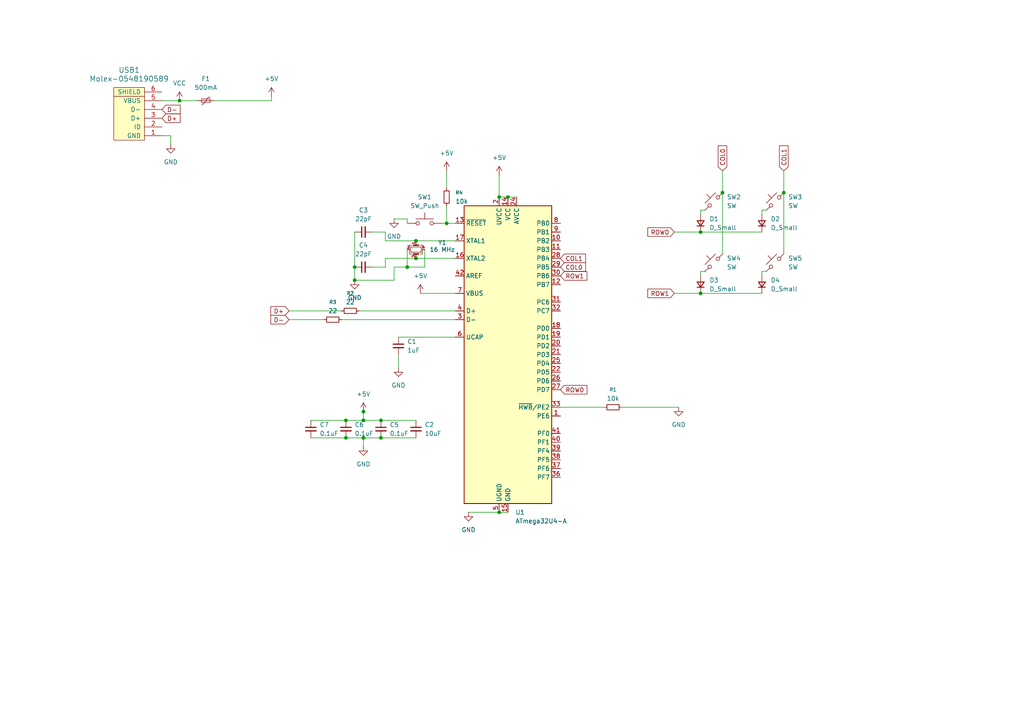
<source format=kicad_sch>
(kicad_sch (version 20250114) (generator "eeschema") (generator_version "9.0")
  (paper "A4")
  (lib_symbols
    (symbol "Device:C_Small" (pin_numbers (hide yes)) (pin_names (offset 0.254) (hide yes))
      (property "Reference" "C" (at 0.254 1.778 0))
      (property "Value" "C_Small" (at 0.254 -2.032 0))
      (symbol "C_Small_0_1"
        (polyline (pts (xy -1.524 0.508) (xy 1.524 0.508)) (stroke (width 0.3048)))
        (polyline (pts (xy -1.524 -0.508) (xy 1.524 -0.508)) (stroke (width 0.3302)))
      )
      (symbol "C_Small_1_1"
        (pin passive line (at 0 2.54 270) (length 2.032) (name "~") (number "1"))
        (pin passive line (at 0 -2.54 90) (length 2.032) (name "~") (number "2"))
      )
    )
    (symbol "Device:Crystal_GND24_Small" (pin_names (offset 1.016) (hide yes))
      (property "Reference" "Y" (at 1.27 4.445 0))
      (property "Value" "Crystal_GND24_Small" (at 1.27 2.54 0))
      (symbol "Crystal_GND24_Small_0_1"
        (polyline (pts (xy -1.27 1.27) (xy -1.27 1.905) (xy 1.27 1.905) (xy 1.27 1.27)))
        (polyline (pts (xy -1.27 -0.762) (xy -1.27 0.762)) (stroke (width 0.381)))
        (polyline (pts (xy -1.27 -1.27) (xy -1.27 -1.905) (xy 1.27 -1.905) (xy 1.27 -1.27)))
        (rectangle (start -0.762 -1.524) (end 0.762 1.524))
        (polyline (pts (xy 1.27 -0.762) (xy 1.27 0.762)) (stroke (width 0.381)))
      )
      (symbol "Crystal_GND24_Small_1_1"
        (pin passive line (at -2.54 0 0) (length 1.27) (name "1") (number "1"))
        (pin passive line (at 0 2.54 270) (length 0.635) (name "4") (number "4"))
        (pin passive line (at 0 -2.54 90) (length 0.635) (name "2") (number "2"))
        (pin passive line (at 2.54 0 180) (length 1.27) (name "3") (number "3"))
      )
    )
    (symbol "Device:D_Small" (pin_numbers (hide yes)) (pin_names (offset 0.254) (hide yes))
      (property "Reference" "D" (at -1.27 2.032 0))
      (property "Value" "D_Small" (at -3.81 -2.032 0))
      (symbol "D_Small_0_1"
        (polyline (pts (xy -0.762 0) (xy 0.762 0)))
        (polyline (pts (xy -0.762 -1.016) (xy -0.762 1.016)) (stroke (width 0.254)))
        (polyline (pts (xy 0.762 -1.016) (xy -0.762 0) (xy 0.762 1.016) (xy 0.762 -1.016)) (stroke (width 0.254)))
      )
      (symbol "D_Small_1_1"
        (pin passive line (at -2.54 0 0) (length 1.778) (name "K") (number "1"))
        (pin passive line (at 2.54 0 180) (length 1.778) (name "A") (number "2"))
      )
    )
    (symbol "Device:Polyfuse_Small" (pin_numbers (hide yes)) (pin_names (offset 0))
      (property "Reference" "F" (at -1.905 0 90))
      (property "Value" "Polyfuse_Small" (at 1.905 0 90))
      (symbol "Polyfuse_Small_0_1"
        (polyline (pts (xy -1.016 1.27) (xy -1.016 0.762) (xy 1.016 -0.762) (xy 1.016 -1.27)))
        (rectangle (start -0.508 1.27) (end 0.508 -1.27))
        (polyline (pts (xy 0 2.54) (xy 0 -2.54)))
      )
      (symbol "Polyfuse_Small_1_1"
        (pin passive line (at 0 2.54 270) (length 0.635) (name "~") (number "1"))
        (pin passive line (at 0 -2.54 90) (length 0.635) (name "~") (number "2"))
      )
    )
    (symbol "Device:R_Small" (pin_numbers (hide yes)) (pin_names (offset 0.254) (hide yes))
      (property "Reference" "R" (at 0 0 90))
      (property "Value" "R_Small" (at 1.778 0 90))
      (symbol "R_Small_0_1"
        (rectangle (start -0.762 1.778) (end 0.762 -1.778) (stroke (width 0.2032)))
      )
      (symbol "R_Small_1_1"
        (pin passive line (at 0 2.54 270) (length 0.762) (name "~") (number "1"))
        (pin passive line (at 0 -2.54 90) (length 0.762) (name "~") (number "2"))
      )
    )
    (symbol "MCU_Microchip_ATmega:ATmega32U4-A"
      (property "Reference" "U" (at -12.7 44.45 0))
      (property "Value" "ATmega32U4-A" (at 2.54 -44.45 0))
      (symbol "ATmega32U4-A_0_1"
        (rectangle (start -12.7 -43.18) (end 12.7 43.18) (stroke (width 0.254)) (fill (type background)))
      )
      (symbol "ATmega32U4-A_1_1"
        (pin input line (at -15.24 38.1 0) (length 2.54) (name "~{RESET}") (number "13"))
        (pin input line (at -15.24 33.02 0) (length 2.54) (name "XTAL1") (number "17"))
        (pin output line (at -15.24 27.94 0) (length 2.54) (name "XTAL2") (number "16"))
        (pin passive line (at -15.24 22.86 0) (length 2.54) (name "AREF") (number "42"))
        (pin input line (at -15.24 17.78 0) (length 2.54) (name "VBUS") (number "7"))
        (pin bidirectional line (at -15.24 12.7 0) (length 2.54) (name "D+") (number "4"))
        (pin bidirectional line (at -15.24 10.16 0) (length 2.54) (name "D-") (number "3"))
        (pin passive line (at -15.24 5.08 0) (length 2.54) (name "UCAP") (number "6"))
        (pin power_in line (at -2.54 45.72 270) (length 2.54) (name "UVCC") (number "2"))
        (pin passive line (at -2.54 -45.72 90) (length 2.54) (name "UGND") (number "5"))
        (pin power_in line (at 0 45.72 270) (length 2.54) (name "VCC") (number "14"))
        (pin passive line (at 0 45.72 270) (length 2.54) (hide yes) (name "VCC") (number "34"))
        (pin power_in line (at 0 -45.72 90) (length 2.54) (name "GND") (number "15"))
        (pin passive line (at 0 -45.72 90) (length 2.54) (hide yes) (name "GND") (number "23"))
        (pin passive line (at 0 -45.72 90) (length 2.54) (hide yes) (name "GND") (number "35"))
        (pin passive line (at 0 -45.72 90) (length 2.54) (hide yes) (name "GND") (number "43"))
        (pin power_in line (at 2.54 45.72 270) (length 2.54) (name "AVCC") (number "24"))
        (pin passive line (at 2.54 45.72 270) (length 2.54) (hide yes) (name "AVCC") (number "44"))
        (pin bidirectional line (at 15.24 38.1 180) (length 2.54) (name "PB0") (number "8"))
        (pin bidirectional line (at 15.24 35.56 180) (length 2.54) (name "PB1") (number "9"))
        (pin bidirectional line (at 15.24 33.02 180) (length 2.54) (name "PB2") (number "10"))
        (pin bidirectional line (at 15.24 30.48 180) (length 2.54) (name "PB3") (number "11"))
        (pin bidirectional line (at 15.24 27.94 180) (length 2.54) (name "PB4") (number "28"))
        (pin bidirectional line (at 15.24 25.4 180) (length 2.54) (name "PB5") (number "29"))
        (pin bidirectional line (at 15.24 22.86 180) (length 2.54) (name "PB6") (number "30"))
        (pin bidirectional line (at 15.24 20.32 180) (length 2.54) (name "PB7") (number "12"))
        (pin bidirectional line (at 15.24 15.24 180) (length 2.54) (name "PC6") (number "31"))
        (pin bidirectional line (at 15.24 12.7 180) (length 2.54) (name "PC7") (number "32"))
        (pin bidirectional line (at 15.24 7.62 180) (length 2.54) (name "PD0") (number "18"))
        (pin bidirectional line (at 15.24 5.08 180) (length 2.54) (name "PD1") (number "19"))
        (pin bidirectional line (at 15.24 2.54 180) (length 2.54) (name "PD2") (number "20"))
        (pin bidirectional line (at 15.24 0 180) (length 2.54) (name "PD3") (number "21"))
        (pin bidirectional line (at 15.24 -2.54 180) (length 2.54) (name "PD4") (number "25"))
        (pin bidirectional line (at 15.24 -5.08 180) (length 2.54) (name "PD5") (number "22"))
        (pin bidirectional line (at 15.24 -7.62 180) (length 2.54) (name "PD6") (number "26"))
        (pin bidirectional line (at 15.24 -10.16 180) (length 2.54) (name "PD7") (number "27"))
        (pin bidirectional line (at 15.24 -15.24 180) (length 2.54) (name "~{HWB}/PE2") (number "33"))
        (pin bidirectional line (at 15.24 -17.78 180) (length 2.54) (name "PE6") (number "1"))
        (pin bidirectional line (at 15.24 -22.86 180) (length 2.54) (name "PF0") (number "41"))
        (pin bidirectional line (at 15.24 -25.4 180) (length 2.54) (name "PF1") (number "40"))
        (pin bidirectional line (at 15.24 -27.94 180) (length 2.54) (name "PF4") (number "39"))
        (pin bidirectional line (at 15.24 -30.48 180) (length 2.54) (name "PF5") (number "38"))
        (pin bidirectional line (at 15.24 -33.02 180) (length 2.54) (name "PF6") (number "37"))
        (pin bidirectional line (at 15.24 -35.56 180) (length 2.54) (name "PF7") (number "36"))
      )
    )
    (symbol "Switch:SW_Push" (pin_numbers (hide yes)) (pin_names (offset 1.016) (hide yes))
      (property "Reference" "SW" (at 1.27 2.54 0))
      (property "Value" "SW_Push" (at 0 -1.524 0))
      (symbol "SW_Push_0_1"
        (circle (center -2.032 0) (radius 0.508))
        (polyline (pts (xy 0 1.27) (xy 0 3.048)))
        (circle (center 2.032 0) (radius 0.508))
        (polyline (pts (xy 2.54 1.27) (xy -2.54 1.27)))
        (pin passive line (at -5.08 0 0) (length 2.54) (name "1") (number "1"))
        (pin passive line (at 5.08 0 180) (length 2.54) (name "2") (number "2"))
      )
    )
    (symbol "Switch:SW_Push_45deg" (pin_numbers (hide yes)) (pin_names (offset 1.016) (hide yes))
      (property "Reference" "SW" (at 3.048 1.016 0))
      (property "Value" "SW_Push_45deg" (at 0 -3.81 0))
      (symbol "SW_Push_45deg_0_1"
        (polyline (pts (xy -2.54 2.54) (xy -1.524 1.524) (xy -1.524 1.524)))
        (circle (center -1.1684 1.1684) (radius 0.508))
        (polyline (pts (xy -0.508 2.54) (xy 2.54 -0.508)))
        (polyline (pts (xy 1.016 1.016) (xy 2.032 2.032)))
        (circle (center 1.143 -1.1938) (radius 0.508))
        (polyline (pts (xy 1.524 -1.524) (xy 2.54 -2.54) (xy 2.54 -2.54) (xy 2.54 -2.54)))
        (pin passive line (at -2.54 2.54 0) (length 0) (name "1") (number "1"))
        (pin passive line (at 2.54 -2.54 180) (length 0) (name "2") (number "2"))
      )
    )
    (symbol "power:+5V" (power) (pin_numbers (hide yes)) (pin_names (offset 0) (hide yes))
      (property "Value" "+5V" (at 0 3.556 0))
      (symbol "+5V_0_1"
        (polyline (pts (xy -0.762 1.27) (xy 0 2.54)))
        (polyline (pts (xy 0 2.54) (xy 0.762 1.27)))
        (polyline (pts (xy 0 0) (xy 0 2.54)))
      )
      (symbol "+5V_1_1"
        (pin power_in line (at 0 0 90) (length 0) (name "~") (number "1"))
      )
    )
    (symbol "power:GND" (power) (pin_numbers (hide yes)) (pin_names (offset 0) (hide yes))
      (property "Value" "GND" (at 0 -3.81 0))
      (symbol "GND_0_1"
        (polyline (pts (xy 0 0) (xy 0 -1.27) (xy 1.27 -1.27) (xy 0 -2.54) (xy -1.27 -1.27) (xy 0 -1.27)))
      )
      (symbol "GND_1_1"
        (pin power_in line (at 0 0 270) (length 0) (name "~") (number "1"))
      )
    )
    (symbol "power:VCC" (power) (pin_numbers (hide yes)) (pin_names (offset 0) (hide yes))
      (property "Value" "VCC" (at 0 3.556 0))
      (symbol "VCC_0_1"
        (polyline (pts (xy -0.762 1.27) (xy 0 2.54)))
        (polyline (pts (xy 0 2.54) (xy 0.762 1.27)))
        (polyline (pts (xy 0 0) (xy 0 2.54)))
      )
      (symbol "VCC_1_1"
        (pin power_in line (at 0 0 90) (length 0) (name "~") (number "1"))
      )
    )
    (symbol "random-keyboard-parts:Molex-0548190589" (pin_names (offset 1.016))
      (property "Reference" "USB" (at 0 7.62 0))
      (property "Value" "Molex-0548190589" (at 0 10.16 0))
      (symbol "Molex-0548190589_0_0"
        (polyline (pts (xy 6.35 -2.54) (xy 6.35 6.35)))
        (rectangle (start 8.89 -2.54) (end -6.35 6.35) (fill (type background)))
      )
      (symbol "Molex-0548190589_1_1"
        (pin input line (at -5.08 -7.62 90) (length 5.08) (name "GND") (number "1"))
        (pin input line (at -2.54 -7.62 90) (length 5.08) (name "ID") (number "2"))
        (pin input line (at 0 -7.62 90) (length 5.08) (name "D+") (number "3"))
        (pin input line (at 2.54 -7.62 90) (length 5.08) (name "D-") (number "4"))
        (pin input line (at 5.08 -7.62 90) (length 5.08) (name "VBUS") (number "5"))
        (pin input line (at 7.62 -7.62 90) (length 5.08) (name "SHIELD") (number "6"))
      )
    )
  )
  (junction (at 100.33 127))
  (junction (at 110.49 127))
  (junction (at 120.65 74.93))
  (junction (at 105.41 127))
  (junction (at 110.49 121.92))
  (junction (at 102.87 77.47))
  (junction (at 52.07 29.21))
  (junction (at 144.78 57.15))
  (junction (at 120.65 69.85))
  (junction (at 105.41 121.92))
  (junction (at 227.33 55.88))
  (junction (at 147.32 57.15))
  (junction (at 209.55 55.88))
  (junction (at 118.11 77.47))
  (junction (at 203.2 67.31))
  (junction (at 100.33 121.92))
  (junction (at 105.41 119.38))
  (junction (at 144.78 148.59))
  (junction (at 203.2 85.09))
  (junction (at 129.54 64.77))
  (junction (at 102.87 81.28))
  (wire (pts (xy 118.11 77.47) (xy 123.19 77.47)))
  (wire (pts (xy 222.25 78.74) (xy 220.98 78.74)))
  (wire (pts (xy 203.2 67.31) (xy 220.98 67.31)))
  (wire (pts (xy 114.3 77.47) (xy 114.3 81.28)))
  (wire (pts (xy 121.92 85.09) (xy 132.08 85.09)))
  (wire (pts (xy 120.65 74.93) (xy 132.08 74.93)))
  (wire (pts (xy 120.65 74.93) (xy 111.76 74.93)))
  (wire (pts (xy 115.57 97.79) (xy 132.08 97.79)))
  (wire (pts (xy 102.87 77.47) (xy 102.87 81.28)))
  (wire (pts (xy 107.95 77.47) (xy 111.76 77.47)))
  (wire (pts (xy 114.3 81.28) (xy 102.87 81.28)))
  (wire (pts (xy 46.99 39.37) (xy 49.53 39.37)))
  (wire (pts (xy 52.07 29.21) (xy 57.15 29.21)))
  (wire (pts (xy 90.17 127) (xy 100.33 127)))
  (wire (pts (xy 111.76 67.31) (xy 111.76 69.85)))
  (wire (pts (xy 203.2 85.09) (xy 220.98 85.09)))
  (wire (pts (xy 120.65 69.85) (xy 132.08 69.85)))
  (wire (pts (xy 105.41 127) (xy 110.49 127)))
  (wire (pts (xy 120.65 69.85) (xy 111.76 69.85)))
  (wire (pts (xy 209.55 49.53) (xy 209.55 55.88)))
  (wire (pts (xy 227.33 55.88) (xy 227.33 73.66)))
  (wire (pts (xy 195.58 85.09) (xy 203.2 85.09)))
  (wire (pts (xy 105.41 119.38) (xy 105.41 121.92)))
  (wire (pts (xy 175.26 118.11) (xy 162.56 118.11)))
  (wire (pts (xy 144.78 57.15) (xy 147.32 57.15)))
  (wire (pts (xy 209.55 55.88) (xy 209.55 73.66)))
  (wire (pts (xy 123.19 72.39) (xy 123.19 77.47)))
  (wire (pts (xy 78.74 29.21) (xy 78.74 27.94)))
  (wire (pts (xy 114.3 63.5) (xy 118.11 63.5)))
  (wire (pts (xy 118.11 77.47) (xy 114.3 77.47)))
  (wire (pts (xy 99.06 92.71) (xy 132.08 92.71)))
  (wire (pts (xy 105.41 118.11) (xy 105.41 119.38)))
  (wire (pts (xy 220.98 78.74) (xy 220.98 80.01)))
  (wire (pts (xy 144.78 148.59) (xy 147.32 148.59)))
  (wire (pts (xy 204.47 78.74) (xy 203.2 78.74)))
  (wire (pts (xy 128.27 64.77) (xy 129.54 64.77)))
  (wire (pts (xy 115.57 102.87) (xy 115.57 106.68)))
  (wire (pts (xy 90.17 121.92) (xy 100.33 121.92)))
  (wire (pts (xy 118.11 63.5) (xy 118.11 64.77)))
  (wire (pts (xy 204.47 60.96) (xy 203.2 60.96)))
  (wire (pts (xy 222.25 60.96) (xy 220.98 60.96)))
  (wire (pts (xy 227.33 49.53) (xy 227.33 55.88)))
  (wire (pts (xy 46.99 29.21) (xy 52.07 29.21)))
  (wire (pts (xy 102.87 67.31) (xy 102.87 77.47)))
  (wire (pts (xy 144.78 50.8) (xy 144.78 57.15)))
  (wire (pts (xy 111.76 67.31) (xy 107.95 67.31)))
  (wire (pts (xy 100.33 127) (xy 105.41 127)))
  (wire (pts (xy 105.41 127) (xy 105.41 129.54)))
  (wire (pts (xy 49.53 39.37) (xy 49.53 41.91)))
  (wire (pts (xy 147.32 57.15) (xy 149.86 57.15)))
  (wire (pts (xy 83.82 90.17) (xy 99.06 90.17)))
  (wire (pts (xy 203.2 60.96) (xy 203.2 62.23)))
  (wire (pts (xy 118.11 72.39) (xy 118.11 77.47)))
  (wire (pts (xy 129.54 49.53) (xy 129.54 54.61)))
  (wire (pts (xy 100.33 121.92) (xy 105.41 121.92)))
  (wire (pts (xy 111.76 74.93) (xy 111.76 77.47)))
  (wire (pts (xy 180.34 118.11) (xy 196.85 118.11)))
  (wire (pts (xy 203.2 78.74) (xy 203.2 80.01)))
  (wire (pts (xy 104.14 90.17) (xy 132.08 90.17)))
  (wire (pts (xy 195.58 67.31) (xy 203.2 67.31)))
  (wire (pts (xy 105.41 121.92) (xy 110.49 121.92)))
  (wire (pts (xy 110.49 121.92) (xy 120.65 121.92)))
  (wire (pts (xy 135.89 148.59) (xy 144.78 148.59)))
  (wire (pts (xy 83.82 92.71) (xy 93.98 92.71)))
  (wire (pts (xy 62.23 29.21) (xy 78.74 29.21)))
  (wire (pts (xy 129.54 59.69) (xy 129.54 64.77)))
  (wire (pts (xy 110.49 127) (xy 120.65 127)))
  (wire (pts (xy 129.54 64.77) (xy 132.08 64.77)))
  (wire (pts (xy 220.98 60.96) (xy 220.98 62.23)))
  (global_label "D-" (shape input) (at 46.99 31.75 0) (property "Intersheetrefs" "${INTERSHEET_REFS}" (effects (hide yes))))
  (global_label "D+" (shape input) (at 46.99 34.29 0) (property "Intersheetrefs" "${INTERSHEET_REFS}" (effects (hide yes))))
  (global_label "ROW1" (shape input) (at 195.58 85.09 180) (property "Intersheetrefs" "${INTERSHEET_REFS}" (effects (hide yes))))
  (global_label "ROW0" (shape input) (at 195.58 67.31 180) (property "Intersheetrefs" "${INTERSHEET_REFS}" (effects (hide yes))))
  (global_label "ROW0" (shape input) (at 162.56 113.03 0) (property "Intersheetrefs" "${INTERSHEET_REFS}" (effects (hide yes))))
  (global_label "D+" (shape input) (at 83.82 90.17 180) (property "Intersheetrefs" "${INTERSHEET_REFS}" (effects (hide yes))))
  (global_label "D-" (shape input) (at 83.82 92.71 180) (property "Intersheetrefs" "${INTERSHEET_REFS}" (effects (hide yes))))
  (global_label "COL1" (shape input) (at 162.56 74.93 0) (property "Intersheetrefs" "${INTERSHEET_REFS}" (effects (hide yes))))
  (global_label "COL0" (shape input) (at 162.56 77.47 0) (property "Intersheetrefs" "${INTERSHEET_REFS}" (effects (hide yes))))
  (global_label "COL1" (shape input) (at 227.33 49.53 90) (property "Intersheetrefs" "${INTERSHEET_REFS}" (effects (hide yes))))
  (global_label "ROW1" (shape input) (at 162.56 80.01 0) (property "Intersheetrefs" "${INTERSHEET_REFS}" (effects (hide yes))))
  (global_label "COL0" (shape input) (at 209.55 49.53 90) (property "Intersheetrefs" "${INTERSHEET_REFS}" (effects (hide yes))))
  (symbol (lib_id "Device:C_Small") (at 90.17 124.46 0) (unit 1)
    (property "Reference" "C7" (at 92.71 123.1962 0) (effects (justify left)))
    (property "Value" "0.1uF" (at 92.71 125.7362 0) (effects (justify left)))
    (property "Description" "Unpolarized capacitor, small symbol" (effects (hide yes)))
  )
  (symbol (lib_id "Device:C_Small") (at 115.57 100.33 0) (unit 1)
    (property "Reference" "C1" (at 118.11 99.0662 0) (effects (justify left)))
    (property "Value" "1uF" (at 118.11 101.6062 0) (effects (justify left)))
    (property "Description" "Unpolarized capacitor, small symbol" (effects (hide yes)))
  )
  (symbol (lib_id "power:+5V") (at 129.54 49.53 0) (unit 1)
    (property "Reference" "#PWR010" (effects (hide yes)))
    (property "Value" "+5V" (at 129.54 44.45 0))
    (property "Description" "Power symbol creates a global label with name \"+5V\"" (effects (hide yes)))
  )
  (symbol (lib_id "Device:R_Small") (at 96.52 92.71 90) (unit 1)
    (property "Reference" "R3" (at 96.52 87.63 90) (effects (font (size 1.016 1.016))))
    (property "Value" "22" (at 96.52 90.17 90))
    (property "Description" "Resistor, small symbol" (effects (hide yes)))
  )
  (symbol (lib_id "power:+5V") (at 121.92 85.09 0) (unit 1)
    (property "Reference" "#PWR07" (effects (hide yes)))
    (property "Value" "+5V" (at 121.92 80.01 0))
    (property "Description" "Power symbol creates a global label with name \"+5V\"" (effects (hide yes)))
  )
  (symbol (lib_id "Switch:SW_Push_45deg") (at 224.79 76.2 90) (unit 1)
    (property "Reference" "SW5" (at 228.6 74.9299 90) (effects (justify right)))
    (property "Value" "SW" (at 228.6 77.4699 90) (effects (justify right)))
    (property "Footprint" "key-switches:SW_Gateron_LowProfile_THT" (effects (hide yes)))
    (property "Description" "Push button switch, normally open, two pins, 45° tilted" (effects (hide yes)))
  )
  (symbol (lib_id "Switch:SW_Push_45deg") (at 207.01 58.42 90) (unit 1)
    (property "Reference" "SW2" (at 210.82 57.1499 90) (effects (justify right)))
    (property "Value" "SW" (at 210.82 59.6899 90) (effects (justify right)))
    (property "Footprint" "key-switches:SW_Gateron_LowProfile_THT" (effects (hide yes)))
    (property "Description" "Push button switch, normally open, two pins, 45° tilted" (effects (hide yes)))
  )
  (symbol (lib_id "power:GND") (at 105.41 129.54 0) (unit 1)
    (property "Reference" "#PWR05" (effects (hide yes)))
    (property "Value" "GND" (at 105.41 134.62 0))
    (property "Description" "Power symbol creates a global label with name \"GND\" , ground" (effects (hide yes)))
  )
  (symbol (lib_id "Device:C_Small") (at 120.65 124.46 0) (unit 1)
    (property "Reference" "C2" (at 123.19 123.1962 0) (effects (justify left)))
    (property "Value" "10uF" (at 123.19 125.7362 0) (effects (justify left)))
    (property "Description" "Unpolarized capacitor, small symbol" (effects (hide yes)))
  )
  (symbol (lib_id "Device:D_Small") (at 203.2 82.55 90) (unit 1)
    (property "Reference" "D3" (at 205.74 81.2799 90) (effects (justify right)))
    (property "Value" "D_Small" (at 205.74 83.8199 90) (effects (justify right)))
    (property "Description" "Diode, small symbol" (effects (hide yes)))
    (property "Sim.Device" "D" (effects (hide yes)))
    (property "Sim.Pins" "1=K 2=A" (effects (hide yes)))
  )
  (symbol (lib_id "power:VCC") (at 52.07 29.21 0) (unit 1)
    (property "Reference" "#PWR011" (effects (hide yes)))
    (property "Value" "VCC" (at 52.07 24.13 0))
    (property "Description" "Power symbol creates a global label with name \"VCC\"" (effects (hide yes)))
  )
  (symbol (lib_id "Device:D_Small") (at 203.2 64.77 90) (unit 1)
    (property "Reference" "D1" (at 205.74 63.4999 90) (effects (justify right)))
    (property "Value" "D_Small" (at 205.74 66.0399 90) (effects (justify right)))
    (property "Description" "Diode, small symbol" (effects (hide yes)))
    (property "Sim.Device" "D" (effects (hide yes)))
    (property "Sim.Pins" "1=K 2=A" (effects (hide yes)))
  )
  (symbol (lib_id "Device:D_Small") (at 220.98 64.77 90) (unit 1)
    (property "Reference" "D2" (at 223.52 63.4999 90) (effects (justify right)))
    (property "Value" "D_Small" (at 223.52 66.0399 90) (effects (justify right)))
    (property "Description" "Diode, small symbol" (effects (hide yes)))
    (property "Sim.Device" "D" (effects (hide yes)))
    (property "Sim.Pins" "1=K 2=A" (effects (hide yes)))
  )
  (symbol (lib_id "Device:D_Small") (at 220.98 82.55 90) (unit 1)
    (property "Reference" "D4" (at 223.52 81.2799 90) (effects (justify right)))
    (property "Value" "D_Small" (at 223.52 83.8199 90) (effects (justify right)))
    (property "Description" "Diode, small symbol" (effects (hide yes)))
    (property "Sim.Device" "D" (effects (hide yes)))
    (property "Sim.Pins" "1=K 2=A" (effects (hide yes)))
  )
  (symbol (lib_id "Device:C_Small") (at 110.49 124.46 0) (unit 1)
    (property "Reference" "C5" (at 113.03 123.1962 0) (effects (justify left)))
    (property "Value" "0.1uF" (at 113.03 125.7362 0) (effects (justify left)))
    (property "Description" "Unpolarized capacitor, small symbol" (effects (hide yes)))
  )
  (symbol (lib_id "power:+5V") (at 78.74 27.94 0) (unit 1)
    (property "Reference" "#PWR012" (effects (hide yes)))
    (property "Value" "+5V" (at 78.74 22.86 0))
    (property "Description" "Power symbol creates a global label with name \"+5V\"" (effects (hide yes)))
  )
  (symbol (lib_id "Device:R_Small") (at 101.6 90.17 270) (unit 1)
    (property "Reference" "R2" (at 101.6 85.09 90) (effects (font (size 1.016 1.016))))
    (property "Value" "22" (at 101.6 87.63 90))
    (property "Description" "Resistor, small symbol" (effects (hide yes)))
  )
  (symbol (lib_id "power:GND") (at 135.89 148.59 0) (unit 1)
    (property "Reference" "#PWR02" (effects (hide yes)))
    (property "Value" "GND" (at 135.89 153.67 0))
    (property "Description" "Power symbol creates a global label with name \"GND\" , ground" (effects (hide yes)))
  )
  (symbol (lib_id "Device:R_Small") (at 129.54 57.15 0) (unit 1)
    (property "Reference" "R4" (at 132.08 55.8799 0) (effects (font (size 1.016 1.016)) (justify left)))
    (property "Value" "10k" (at 132.08 58.4199 0) (effects (justify left)))
    (property "Description" "Resistor, small symbol" (effects (hide yes)))
  )
  (symbol (lib_id "Switch:SW_Push") (at 123.19 64.77 0) (unit 1)
    (property "Reference" "SW1" (at 123.19 57.15 0))
    (property "Value" "SW_Push" (at 123.19 59.69 0))
    (property "Description" "Push button switch, generic, two pins" (effects (hide yes)))
  )
  (symbol (lib_id "Device:C_Small") (at 100.33 124.46 0) (unit 1)
    (property "Reference" "C6" (at 102.87 123.1962 0) (effects (justify left)))
    (property "Value" "0.1uF" (at 102.87 125.7362 0) (effects (justify left)))
    (property "Description" "Unpolarized capacitor, small symbol" (effects (hide yes)))
  )
  (symbol (lib_id "Switch:SW_Push_45deg") (at 207.01 76.2 90) (unit 1)
    (property "Reference" "SW4" (at 210.82 74.9299 90) (effects (justify right)))
    (property "Value" "SW" (at 210.82 77.4699 90) (effects (justify right)))
    (property "Footprint" "key-switches:SW_Gateron_LowProfile_THT" (effects (hide yes)))
    (property "Description" "Push button switch, normally open, two pins, 45° tilted" (effects (hide yes)))
  )
  (symbol (lib_id "Device:C_Small") (at 105.41 77.47 90) (unit 1)
    (property "Reference" "C4" (at 105.4163 71.12 90))
    (property "Value" "22pF" (at 105.4163 73.66 90))
    (property "Description" "Unpolarized capacitor, small symbol" (effects (hide yes)))
  )
  (symbol (lib_id "power:GND") (at 115.57 106.68 0) (unit 1)
    (property "Reference" "#PWR04" (effects (hide yes)))
    (property "Value" "GND" (at 115.57 111.76 0))
    (property "Description" "Power symbol creates a global label with name \"GND\" , ground" (effects (hide yes)))
  )
  (symbol (lib_id "MCU_Microchip_ATmega:ATmega32U4-A") (at 147.32 102.87 0) (unit 1)
    (property "Reference" "U1" (at 149.4633 148.59 0) (effects (justify left)))
    (property "Value" "ATmega32U4-A" (at 149.4633 151.13 0) (effects (justify left)))
    (property "Footprint" "Package_QFP:TQFP-44_10x10mm_P0.8mm" (effects (hide yes)))
    (property "Datasheet" "http://ww1.microchip.com/downloads/en/DeviceDoc/Atmel-7766-8-bit-AVR-ATmega16U4-32U4_Datasheet.pdf" (effects (hide yes)))
    (property "Description" "16MHz, 32kB Flash, 2.5kB SRAM, 1kB EEPROM, USB 2.0, TQFP-44" (effects (hide yes)))
  )
  (symbol (lib_id "power:GND") (at 102.87 81.28 0) (unit 1)
    (property "Reference" "#PWR08" (effects (hide yes)))
    (property "Value" "GND" (at 102.87 86.36 0))
    (property "Description" "Power symbol creates a global label with name \"GND\" , ground" (effects (hide yes)))
  )
  (symbol (lib_id "random-keyboard-parts:Molex-0548190589") (at 39.37 34.29 90) (unit 1)
    (property "Reference" "USB1" (at 37.465 20.32 90) (effects (font (size 1.524 1.524))))
    (property "Value" "Molex-0548190589" (at 37.465 22.86 90) (effects (font (size 1.524 1.524))))
  )
  (symbol (lib_id "Device:C_Small") (at 105.41 67.31 90) (unit 1)
    (property "Reference" "C3" (at 105.4163 60.96 90))
    (property "Value" "22pF" (at 105.4163 63.5 90))
    (property "Description" "Unpolarized capacitor, small symbol" (effects (hide yes)))
  )
  (symbol (lib_id "power:+5V") (at 105.41 119.38 0) (unit 1)
    (property "Reference" "#PWR06" (effects (hide yes)))
    (property "Value" "+5V" (at 105.41 114.3 0))
    (property "Description" "Power symbol creates a global label with name \"+5V\"" (effects (hide yes)))
  )
  (symbol (lib_id "Device:Polyfuse_Small") (at 59.69 29.21 90) (unit 1)
    (property "Reference" "F1" (at 59.69 22.86 90))
    (property "Value" "500mA" (at 59.69 25.4 90))
    (property "Description" "Resettable fuse, polymeric positive temperature coefficient, small symbol" (effects (hide yes)))
  )
  (symbol (lib_id "power:+5V") (at 144.78 50.8 0) (unit 1)
    (property "Reference" "#PWR01" (effects (hide yes)))
    (property "Value" "+5V" (at 144.78 45.72 0))
    (property "Description" "Power symbol creates a global label with name \"+5V\"" (effects (hide yes)))
  )
  (symbol (lib_id "Device:Crystal_GND24_Small") (at 120.65 72.39 270) (unit 1)
    (property "Reference" "Y1" (at 128.27 70.358 90))
    (property "Value" "16 MHz" (at 128.27 72.39 90))
    (property "Description" "Four pin crystal, GND on pins 2 and 4, small symbol" (effects (hide yes)))
  )
  (symbol (lib_id "Switch:SW_Push_45deg") (at 224.79 58.42 90) (unit 1)
    (property "Reference" "SW3" (at 228.6 57.1499 90) (effects (justify right)))
    (property "Value" "SW" (at 228.6 59.6899 90) (effects (justify right)))
    (property "Footprint" "key-switches:SW_Gateron_LowProfile_THT" (effects (hide yes)))
    (property "Description" "Push button switch, normally open, two pins, 45° tilted" (effects (hide yes)))
  )
  (symbol (lib_id "power:GND") (at 196.85 118.11 0) (unit 1)
    (property "Reference" "#PWR03" (effects (hide yes)))
    (property "Value" "GND" (at 196.85 123.19 0))
    (property "Description" "Power symbol creates a global label with name \"GND\" , ground" (effects (hide yes)))
  )
  (symbol (lib_id "power:GND") (at 114.3 63.5 0) (unit 1)
    (property "Reference" "#PWR09" (effects (hide yes)))
    (property "Value" "GND" (at 114.3 68.58 0))
    (property "Description" "Power symbol creates a global label with name \"GND\" , ground" (effects (hide yes)))
  )
  (symbol (lib_id "Device:R_Small") (at 177.8 118.11 90) (unit 1)
    (property "Reference" "R1" (at 177.8 113.03 90) (effects (font (size 1.016 1.016))))
    (property "Value" "10k" (at 177.8 115.57 90))
    (property "Description" "Resistor, small symbol" (effects (hide yes)))
  )
  (symbol (lib_id "power:GND") (at 49.53 41.91 0) (unit 1)
    (property "Reference" "#PWR013" (effects (hide yes)))
    (property "Value" "GND" (at 49.53 46.99 0))
    (property "Description" "Power symbol creates a global label with name \"GND\" , ground" (effects (hide yes)))
  )
)
</source>
